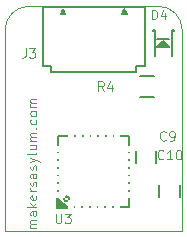
<source format=gto>
G04 #@! TF.FileFunction,Legend,Top*
%FSLAX46Y46*%
G04 Gerber Fmt 4.6, Leading zero omitted, Abs format (unit mm)*
G04 Created by KiCad (PCBNEW 0.201411181401+5290~19~ubuntu14.10.1-product) date Tuesday 02 December 2014 10:39:05 PM IST*
%MOMM*%
G01*
G04 APERTURE LIST*
%ADD10C,0.100000*%
%ADD11C,0.150000*%
%ADD12C,0.152400*%
%ADD13C,0.127000*%
%ADD14C,0.200660*%
%ADD15R,1.250000X1.500000*%
%ADD16R,0.406400X1.371600*%
%ADD17R,1.600200X1.422400*%
%ADD18R,1.905000X1.905000*%
%ADD19C,1.905000*%
%ADD20R,1.500000X1.300000*%
%ADD21R,0.492760X0.942340*%
%ADD22R,0.942340X0.492760*%
%ADD23R,2.042160X2.042160*%
%ADD24R,1.200000X1.200000*%
%ADD25R,1.524000X1.524000*%
%ADD26C,1.524000*%
G04 APERTURE END LIST*
D10*
X110000000Y-32000000D02*
X110000000Y-49000000D01*
X125000000Y-49000000D02*
X125000000Y-46000000D01*
X110000000Y-49000000D02*
X125000000Y-49000000D01*
X125000000Y-46000000D02*
X125000000Y-44000000D01*
X125000000Y-44000000D02*
X125000000Y-32000000D01*
X112661905Y-48766668D02*
X112128571Y-48766668D01*
X112204762Y-48766668D02*
X112166667Y-48728573D01*
X112128571Y-48652382D01*
X112128571Y-48538096D01*
X112166667Y-48461906D01*
X112242857Y-48423811D01*
X112661905Y-48423811D01*
X112242857Y-48423811D02*
X112166667Y-48385715D01*
X112128571Y-48309525D01*
X112128571Y-48195239D01*
X112166667Y-48119049D01*
X112242857Y-48080954D01*
X112661905Y-48080954D01*
X112661905Y-47357144D02*
X112242857Y-47357144D01*
X112166667Y-47395239D01*
X112128571Y-47471429D01*
X112128571Y-47623810D01*
X112166667Y-47700001D01*
X112623810Y-47357144D02*
X112661905Y-47433334D01*
X112661905Y-47623810D01*
X112623810Y-47700001D01*
X112547619Y-47738096D01*
X112471429Y-47738096D01*
X112395238Y-47700001D01*
X112357143Y-47623810D01*
X112357143Y-47433334D01*
X112319048Y-47357144D01*
X112661905Y-46976191D02*
X111861905Y-46976191D01*
X112357143Y-46900000D02*
X112661905Y-46671429D01*
X112128571Y-46671429D02*
X112433333Y-46976191D01*
X112623810Y-46023810D02*
X112661905Y-46100000D01*
X112661905Y-46252381D01*
X112623810Y-46328572D01*
X112547619Y-46366667D01*
X112242857Y-46366667D01*
X112166667Y-46328572D01*
X112128571Y-46252381D01*
X112128571Y-46100000D01*
X112166667Y-46023810D01*
X112242857Y-45985715D01*
X112319048Y-45985715D01*
X112395238Y-46366667D01*
X112661905Y-45642858D02*
X112128571Y-45642858D01*
X112280952Y-45642858D02*
X112204762Y-45604763D01*
X112166667Y-45566667D01*
X112128571Y-45490477D01*
X112128571Y-45414286D01*
X112623810Y-45185715D02*
X112661905Y-45109525D01*
X112661905Y-44957144D01*
X112623810Y-44880953D01*
X112547619Y-44842858D01*
X112509524Y-44842858D01*
X112433333Y-44880953D01*
X112395238Y-44957144D01*
X112395238Y-45071429D01*
X112357143Y-45147620D01*
X112280952Y-45185715D01*
X112242857Y-45185715D01*
X112166667Y-45147620D01*
X112128571Y-45071429D01*
X112128571Y-44957144D01*
X112166667Y-44880953D01*
X112661905Y-44157144D02*
X112242857Y-44157144D01*
X112166667Y-44195239D01*
X112128571Y-44271429D01*
X112128571Y-44423810D01*
X112166667Y-44500001D01*
X112623810Y-44157144D02*
X112661905Y-44233334D01*
X112661905Y-44423810D01*
X112623810Y-44500001D01*
X112547619Y-44538096D01*
X112471429Y-44538096D01*
X112395238Y-44500001D01*
X112357143Y-44423810D01*
X112357143Y-44233334D01*
X112319048Y-44157144D01*
X112623810Y-43814286D02*
X112661905Y-43738096D01*
X112661905Y-43585715D01*
X112623810Y-43509524D01*
X112547619Y-43471429D01*
X112509524Y-43471429D01*
X112433333Y-43509524D01*
X112395238Y-43585715D01*
X112395238Y-43700000D01*
X112357143Y-43776191D01*
X112280952Y-43814286D01*
X112242857Y-43814286D01*
X112166667Y-43776191D01*
X112128571Y-43700000D01*
X112128571Y-43585715D01*
X112166667Y-43509524D01*
X112128571Y-43204762D02*
X112661905Y-43014286D01*
X112128571Y-42823810D02*
X112661905Y-43014286D01*
X112852381Y-43090477D01*
X112890476Y-43128572D01*
X112928571Y-43204762D01*
X112661905Y-42404762D02*
X112623810Y-42480953D01*
X112547619Y-42519048D01*
X111861905Y-42519048D01*
X112128571Y-41757143D02*
X112661905Y-41757143D01*
X112128571Y-42100000D02*
X112547619Y-42100000D01*
X112623810Y-42061905D01*
X112661905Y-41985714D01*
X112661905Y-41871428D01*
X112623810Y-41795238D01*
X112585714Y-41757143D01*
X112661905Y-41376190D02*
X112128571Y-41376190D01*
X112204762Y-41376190D02*
X112166667Y-41338095D01*
X112128571Y-41261904D01*
X112128571Y-41147618D01*
X112166667Y-41071428D01*
X112242857Y-41033333D01*
X112661905Y-41033333D01*
X112242857Y-41033333D02*
X112166667Y-40995237D01*
X112128571Y-40919047D01*
X112128571Y-40804761D01*
X112166667Y-40728571D01*
X112242857Y-40690476D01*
X112661905Y-40690476D01*
X112585714Y-40309523D02*
X112623810Y-40271428D01*
X112661905Y-40309523D01*
X112623810Y-40347618D01*
X112585714Y-40309523D01*
X112661905Y-40309523D01*
X112623810Y-39585714D02*
X112661905Y-39661904D01*
X112661905Y-39814285D01*
X112623810Y-39890476D01*
X112585714Y-39928571D01*
X112509524Y-39966666D01*
X112280952Y-39966666D01*
X112204762Y-39928571D01*
X112166667Y-39890476D01*
X112128571Y-39814285D01*
X112128571Y-39661904D01*
X112166667Y-39585714D01*
X112661905Y-39128571D02*
X112623810Y-39204762D01*
X112585714Y-39242857D01*
X112509524Y-39280952D01*
X112280952Y-39280952D01*
X112204762Y-39242857D01*
X112166667Y-39204762D01*
X112128571Y-39128571D01*
X112128571Y-39014285D01*
X112166667Y-38938095D01*
X112204762Y-38900000D01*
X112280952Y-38861904D01*
X112509524Y-38861904D01*
X112585714Y-38900000D01*
X112623810Y-38938095D01*
X112661905Y-39014285D01*
X112661905Y-39128571D01*
X112661905Y-38519047D02*
X112128571Y-38519047D01*
X112204762Y-38519047D02*
X112166667Y-38480952D01*
X112128571Y-38404761D01*
X112128571Y-38290475D01*
X112166667Y-38214285D01*
X112242857Y-38176190D01*
X112661905Y-38176190D01*
X112242857Y-38176190D02*
X112166667Y-38138094D01*
X112128571Y-38061904D01*
X112128571Y-37947618D01*
X112166667Y-37871428D01*
X112242857Y-37833333D01*
X112661905Y-37833333D01*
X123000000Y-30000000D02*
X112000000Y-30000000D01*
X125000000Y-32000000D02*
G75*
G03X123000000Y-30000000I-2000000J0D01*
G01*
X112000000Y-30000000D02*
G75*
G03X110000000Y-32000000I0J-2000000D01*
G01*
D11*
X121075000Y-42250000D02*
X121075000Y-43250000D01*
X122775000Y-43250000D02*
X122775000Y-42250000D01*
X123075000Y-45100000D02*
X123075000Y-46100000D01*
X124775000Y-46100000D02*
X124775000Y-45100000D01*
D12*
X117500000Y-35520000D02*
X113880500Y-35520000D01*
X113880500Y-35520000D02*
X113880500Y-35075500D01*
X121119500Y-35520000D02*
X121119500Y-35075500D01*
X117500000Y-35520000D02*
X121119500Y-35520000D01*
X121119500Y-35075500D02*
X121818000Y-35075500D01*
X121818000Y-35075500D02*
X121818000Y-30059000D01*
X121818000Y-30059000D02*
X117500000Y-30059000D01*
X117500000Y-30059000D02*
X113182000Y-30059000D01*
X113182000Y-30059000D02*
X113182000Y-35075500D01*
X113182000Y-35075500D02*
X113880500Y-35075500D01*
X114896500Y-30630500D02*
X114896500Y-30249500D01*
X120103500Y-30630500D02*
X120103500Y-30249500D01*
X120103500Y-30630500D02*
X120294000Y-30630500D01*
X120294000Y-30630500D02*
X120103500Y-30249500D01*
X120103500Y-30249500D02*
X119913000Y-30630500D01*
X119913000Y-30630500D02*
X120103500Y-30630500D01*
X115087000Y-30630500D02*
X114706000Y-30630500D01*
X114706000Y-30630500D02*
X114896500Y-30249500D01*
X114896500Y-30249500D02*
X115087000Y-30630500D01*
D11*
X122600000Y-37675000D02*
X121400000Y-37675000D01*
X121400000Y-35925000D02*
X122600000Y-35925000D01*
D13*
X114401200Y-46199640D02*
X115300360Y-47098800D01*
X115300360Y-47098800D02*
X114401200Y-47098800D01*
X114401200Y-47098800D02*
X114401200Y-46199640D01*
X115099700Y-46999740D02*
X114500260Y-46400300D01*
X114500260Y-46400300D02*
X114500260Y-46499360D01*
X114500260Y-46499360D02*
X115000640Y-46999740D01*
X115000640Y-46999740D02*
X114899040Y-46999740D01*
X114899040Y-46999740D02*
X114500260Y-46600960D01*
X114500260Y-46600960D02*
X114500260Y-46700020D01*
X114500260Y-46700020D02*
X114799980Y-46999740D01*
X114799980Y-46999740D02*
X114700920Y-46999740D01*
X114700920Y-46999740D02*
X114500260Y-46799080D01*
X114500260Y-41000260D02*
X120499740Y-41000260D01*
X120499740Y-41000260D02*
X120499740Y-46999740D01*
X120499740Y-46999740D02*
X114500260Y-46999740D01*
X114500260Y-46999740D02*
X114500260Y-41000260D01*
D14*
X115421412Y-46298700D02*
G75*
G03X115421412Y-46298700I-222652J0D01*
G01*
D11*
X122900000Y-32800000D02*
X123900000Y-32800000D01*
X123500000Y-33000000D02*
X123300000Y-33000000D01*
X123200000Y-33100000D02*
X123600000Y-33100000D01*
X123700000Y-33200000D02*
X123100000Y-33200000D01*
X123000000Y-33300000D02*
X123800000Y-33300000D01*
X122900000Y-33400000D02*
X123900000Y-33400000D01*
X123900000Y-33400000D02*
X123400000Y-32900000D01*
X123400000Y-32900000D02*
X122900000Y-33400000D01*
X124100000Y-32000000D02*
X124300000Y-32000000D01*
X124300000Y-32000000D02*
X124300000Y-32100000D01*
X124300000Y-32100000D02*
X124100000Y-32100000D01*
X122700000Y-32000000D02*
X122500000Y-32000000D01*
X122500000Y-32000000D02*
X122500000Y-32100000D01*
X122500000Y-32100000D02*
X122700000Y-32100000D01*
X122700000Y-34200000D02*
X122700000Y-32000000D01*
X124100000Y-32000000D02*
X124100000Y-34200000D01*
D10*
X123616667Y-41285714D02*
X123578572Y-41323810D01*
X123464286Y-41361905D01*
X123388096Y-41361905D01*
X123273810Y-41323810D01*
X123197619Y-41247619D01*
X123159524Y-41171429D01*
X123121429Y-41019048D01*
X123121429Y-40904762D01*
X123159524Y-40752381D01*
X123197619Y-40676190D01*
X123273810Y-40600000D01*
X123388096Y-40561905D01*
X123464286Y-40561905D01*
X123578572Y-40600000D01*
X123616667Y-40638095D01*
X123997619Y-41361905D02*
X124150000Y-41361905D01*
X124226191Y-41323810D01*
X124264286Y-41285714D01*
X124340477Y-41171429D01*
X124378572Y-41019048D01*
X124378572Y-40714286D01*
X124340477Y-40638095D01*
X124302381Y-40600000D01*
X124226191Y-40561905D01*
X124073810Y-40561905D01*
X123997619Y-40600000D01*
X123959524Y-40638095D01*
X123921429Y-40714286D01*
X123921429Y-40904762D01*
X123959524Y-40980952D01*
X123997619Y-41019048D01*
X124073810Y-41057143D01*
X124226191Y-41057143D01*
X124302381Y-41019048D01*
X124340477Y-40980952D01*
X124378572Y-40904762D01*
X123410714Y-42885714D02*
X123372619Y-42923810D01*
X123258333Y-42961905D01*
X123182143Y-42961905D01*
X123067857Y-42923810D01*
X122991666Y-42847619D01*
X122953571Y-42771429D01*
X122915476Y-42619048D01*
X122915476Y-42504762D01*
X122953571Y-42352381D01*
X122991666Y-42276190D01*
X123067857Y-42200000D01*
X123182143Y-42161905D01*
X123258333Y-42161905D01*
X123372619Y-42200000D01*
X123410714Y-42238095D01*
X124172619Y-42961905D02*
X123715476Y-42961905D01*
X123944047Y-42961905D02*
X123944047Y-42161905D01*
X123867857Y-42276190D01*
X123791666Y-42352381D01*
X123715476Y-42390476D01*
X124667857Y-42161905D02*
X124744048Y-42161905D01*
X124820238Y-42200000D01*
X124858333Y-42238095D01*
X124896429Y-42314286D01*
X124934524Y-42466667D01*
X124934524Y-42657143D01*
X124896429Y-42809524D01*
X124858333Y-42885714D01*
X124820238Y-42923810D01*
X124744048Y-42961905D01*
X124667857Y-42961905D01*
X124591667Y-42923810D01*
X124553571Y-42885714D01*
X124515476Y-42809524D01*
X124477381Y-42657143D01*
X124477381Y-42466667D01*
X124515476Y-42314286D01*
X124553571Y-42238095D01*
X124591667Y-42200000D01*
X124667857Y-42161905D01*
X111733334Y-33561905D02*
X111733334Y-34133333D01*
X111695238Y-34247619D01*
X111619048Y-34323810D01*
X111504762Y-34361905D01*
X111428572Y-34361905D01*
X112038096Y-33561905D02*
X112533334Y-33561905D01*
X112266667Y-33866667D01*
X112380953Y-33866667D01*
X112457143Y-33904762D01*
X112495239Y-33942857D01*
X112533334Y-34019048D01*
X112533334Y-34209524D01*
X112495239Y-34285714D01*
X112457143Y-34323810D01*
X112380953Y-34361905D01*
X112152381Y-34361905D01*
X112076191Y-34323810D01*
X112038096Y-34285714D01*
X118366667Y-37161905D02*
X118100000Y-36780952D01*
X117909524Y-37161905D02*
X117909524Y-36361905D01*
X118214286Y-36361905D01*
X118290477Y-36400000D01*
X118328572Y-36438095D01*
X118366667Y-36514286D01*
X118366667Y-36628571D01*
X118328572Y-36704762D01*
X118290477Y-36742857D01*
X118214286Y-36780952D01*
X117909524Y-36780952D01*
X119052381Y-36628571D02*
X119052381Y-37161905D01*
X118861905Y-36323810D02*
X118671429Y-36895238D01*
X119166667Y-36895238D01*
X114290476Y-47561905D02*
X114290476Y-48209524D01*
X114328571Y-48285714D01*
X114366667Y-48323810D01*
X114442857Y-48361905D01*
X114595238Y-48361905D01*
X114671429Y-48323810D01*
X114709524Y-48285714D01*
X114747619Y-48209524D01*
X114747619Y-47561905D01*
X115052381Y-47561905D02*
X115547619Y-47561905D01*
X115280952Y-47866667D01*
X115395238Y-47866667D01*
X115471428Y-47904762D01*
X115509524Y-47942857D01*
X115547619Y-48019048D01*
X115547619Y-48209524D01*
X115509524Y-48285714D01*
X115471428Y-48323810D01*
X115395238Y-48361905D01*
X115166666Y-48361905D01*
X115090476Y-48323810D01*
X115052381Y-48285714D01*
X122409524Y-31111905D02*
X122409524Y-30311905D01*
X122600000Y-30311905D01*
X122714286Y-30350000D01*
X122790477Y-30426190D01*
X122828572Y-30502381D01*
X122866667Y-30654762D01*
X122866667Y-30769048D01*
X122828572Y-30921429D01*
X122790477Y-30997619D01*
X122714286Y-31073810D01*
X122600000Y-31111905D01*
X122409524Y-31111905D01*
X123552381Y-30578571D02*
X123552381Y-31111905D01*
X123361905Y-30273810D02*
X123171429Y-30845238D01*
X123666667Y-30845238D01*
%LPC*%
D15*
X121925000Y-44000000D03*
X121925000Y-41500000D03*
X123925000Y-46850000D03*
X123925000Y-44350000D03*
D16*
X117500000Y-34250000D03*
X116849760Y-34250000D03*
X116199520Y-34250000D03*
X118150240Y-34250000D03*
X118800480Y-34250000D03*
D17*
X120675000Y-33996000D03*
X114325000Y-33996000D03*
D18*
X118706500Y-31583000D03*
X116293500Y-31583000D03*
D19*
X120802000Y-31583000D03*
X114198000Y-31583000D03*
D20*
X120650000Y-36800000D03*
X123350000Y-36800000D03*
D21*
X116199520Y-46849880D03*
X116849760Y-46849880D03*
X117500000Y-46849880D03*
X118150240Y-46849880D03*
D22*
X120352420Y-45950720D03*
X120352420Y-45300480D03*
X120352420Y-44650240D03*
X120352420Y-44000000D03*
X120352420Y-43349760D03*
X120352420Y-42699520D03*
X120352420Y-42049280D03*
D21*
X115549280Y-46849880D03*
D23*
X118449960Y-44949960D03*
X116550040Y-44949960D03*
X116550040Y-43050040D03*
X118449960Y-43050040D03*
D21*
X119501520Y-41147580D03*
X118851280Y-41147580D03*
X118201040Y-41147580D03*
X117500000Y-41147580D03*
X116900560Y-41147580D03*
X116250320Y-41147580D03*
X115600080Y-41147580D03*
D22*
X114650120Y-42049280D03*
X114650120Y-42699520D03*
X114650120Y-43349760D03*
X114650120Y-44000000D03*
X114650120Y-44650240D03*
X114650120Y-45300480D03*
X114650120Y-45950720D03*
D21*
X118800480Y-46849880D03*
X119450720Y-46849880D03*
D24*
X123400000Y-34150000D03*
X123400000Y-32050000D03*
D25*
X123850000Y-39000000D03*
X121310000Y-39000000D03*
D26*
X118770000Y-39000000D03*
X116230000Y-39000000D03*
X113690000Y-39000000D03*
X111150000Y-39000000D03*
M02*

</source>
